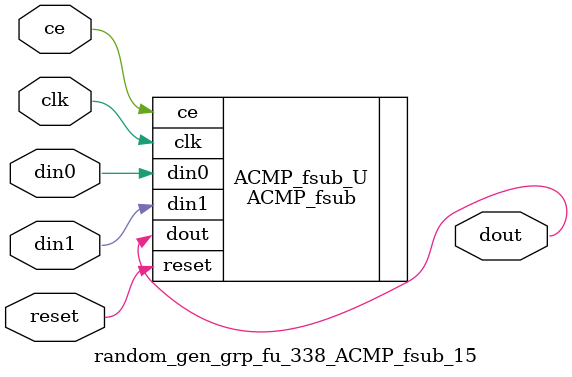
<source format=v>

`timescale 1 ns / 1 ps
module random_gen_grp_fu_338_ACMP_fsub_15(
    clk,
    reset,
    ce,
    din0,
    din1,
    dout);

parameter ID = 32'd1;
parameter NUM_STAGE = 32'd1;
parameter din0_WIDTH = 32'd1;
parameter din1_WIDTH = 32'd1;
parameter dout_WIDTH = 32'd1;
input clk;
input reset;
input ce;
input[din0_WIDTH - 1:0] din0;
input[din1_WIDTH - 1:0] din1;
output[dout_WIDTH - 1:0] dout;



ACMP_fsub #(
.ID( ID ),
.NUM_STAGE( 5 ),
.din0_WIDTH( din0_WIDTH ),
.din1_WIDTH( din1_WIDTH ),
.dout_WIDTH( dout_WIDTH ))
ACMP_fsub_U(
    .clk( clk ),
    .reset( reset ),
    .ce( ce ),
    .din0( din0 ),
    .din1( din1 ),
    .dout( dout ));

endmodule

</source>
